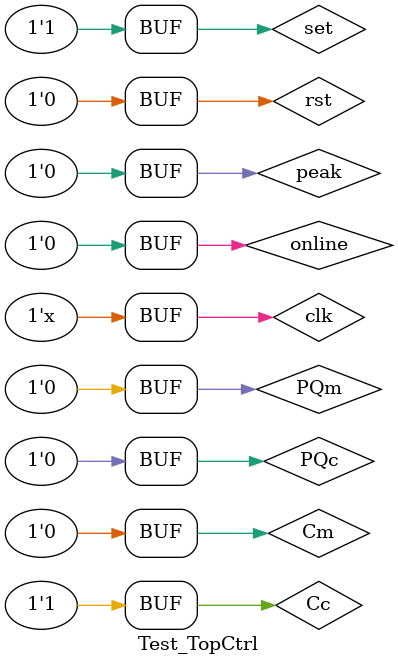
<source format=v>
`timescale 1ns / 1ps



module Test_TopCtrl;

	// Inputs
	reg clk;
	reg Cm;
	reg Cc;
	reg PQm;
	reg PQc;
	reg peak;
	reg set;
	reg rst;
	reg online;

	// Outputs
	wire online_led;
	wire set_led;
	wire [2:0] m_led;
	wire [2:0] c_led;
	wire [3:0] sm_wei;
	wire [7:0] sm_duan;

	// Instantiate the Unit Under Test (UUT)
	TopCtrl uut (
		.clk(clk), 
		.Cm(Cm), 
		.Cc(Cc), 
		.PQm(PQm), 
		.PQc(PQc), 
		.peak(peak), 
		.set(set), 
		.rst(rst), 
		.online(online), 
		.online_led(online_led), 
		.set_led(set_led), 
		.m_led(m_led), 
		.c_led(c_led), 
		.sm_wei(sm_wei), 
		.sm_duan(sm_duan)
	);

	initial begin
		// Initialize Inputs
		clk = 0;
		Cm = 0;
		Cc = 0;
		PQm = 0;
		PQc = 0;
		peak = 0;
		set = 0;
		rst = 0;
		online = 0;

		// Wait 100 ns for global reset to finish
		#5;
      set = 1'b1;
		// Add stimulus here
		#100;
		Cm = 1'b1;
		Cc = 1'b1;
		#100 peak = 1'b1;
		#100 peak = 1'b0;
		#100;
		Cm = 1'b0;
		Cc = 1'b0;
		#100 PQm = 1'b1;
		#100 PQm = 1'b0;
		#100;
		Cm = 1'b1;
		Cc = 1'b0;
		#100 PQm = 1'b1;
		#100 PQm = 1'b0;
		#100;
		Cm = 1'b0;
		Cc = 1'b1;
		#100 PQc = 1'b1;
		#100 PQc = 1'b0;
		
		
		
	end
   
	always #1 clk = ~clk;
	
endmodule


</source>
